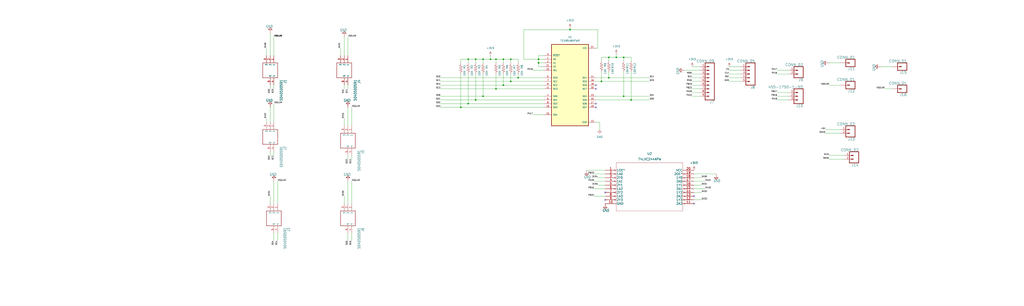
<source format=kicad_sch>
(kicad_sch (version 20211123) (generator eeschema)
  (paper "User" 702.716 210.007)
  (lib_symbols
    (symbol "Buffer:74LVC244APW" (pin_names (offset 0.254))
      (property "Reference" "U" (at 30.48 10.16 0))
      (property "Value" "74LVC244APW" (at 30.48 7.62 0))
      (symbol "74LVC244APW_1_1"
        (polyline (pts (xy 7.112 -20.828) (xy 6.0452 -20.32)) (stroke (width 0.127)))
        (polyline (pts (xy 7.112 -19.812) (xy 6.0452 -20.32)) (stroke (width 0.127)))
        (polyline (pts (xy 7.112 -17.78) (xy 6.0452 -18.288)) (stroke (width 0.127)))
        (polyline (pts (xy 7.112 -17.78) (xy 6.0452 -17.272)) (stroke (width 0.127)))
        (polyline (pts (xy 7.112 -15.748) (xy 6.0452 -15.24)) (stroke (width 0.127)))
        (polyline (pts (xy 7.112 -14.732) (xy 6.0452 -15.24)) (stroke (width 0.127)))
        (polyline (pts (xy 7.112 -12.7) (xy 6.0452 -13.208)) (stroke (width 0.127)))
        (polyline (pts (xy 7.112 -12.7) (xy 6.0452 -12.192)) (stroke (width 0.127)))
        (polyline (pts (xy 7.112 -10.668) (xy 6.0452 -10.16)) (stroke (width 0.127)))
        (polyline (pts (xy 7.112 -9.652) (xy 6.0452 -10.16)) (stroke (width 0.127)))
        (polyline (pts (xy 7.112 -7.62) (xy 6.0452 -8.128)) (stroke (width 0.127)))
        (polyline (pts (xy 7.112 -7.62) (xy 6.0452 -7.112)) (stroke (width 0.127)))
        (polyline (pts (xy 7.112 -5.588) (xy 6.0452 -5.08)) (stroke (width 0.127)))
        (polyline (pts (xy 7.112 -4.572) (xy 6.0452 -5.08)) (stroke (width 0.127)))
        (polyline (pts (xy 7.112 -2.54) (xy 6.0452 -3.048)) (stroke (width 0.127)))
        (polyline (pts (xy 7.112 -2.54) (xy 6.0452 -2.032)) (stroke (width 0.127)))
        (polyline (pts (xy 7.112 0) (xy 6.0452 -0.508)) (stroke (width 0.127)))
        (polyline (pts (xy 7.112 0) (xy 6.0452 0.508)) (stroke (width 0.127)))
        (polyline (pts (xy 7.62 -27.94) (xy 53.34 -27.94)) (stroke (width 0.127)))
        (polyline (pts (xy 7.62 5.08) (xy 7.62 -27.94)) (stroke (width 0.127)))
        (polyline (pts (xy 53.34 -27.94) (xy 53.34 5.08)) (stroke (width 0.127)))
        (polyline (pts (xy 53.34 5.08) (xy 7.62 5.08)) (stroke (width 0.127)))
        (polyline (pts (xy 53.848 -22.86) (xy 54.9148 -23.368)) (stroke (width 0.127)))
        (polyline (pts (xy 53.848 -22.86) (xy 54.9148 -22.352)) (stroke (width 0.127)))
        (polyline (pts (xy 53.848 -20.828) (xy 54.9148 -20.32)) (stroke (width 0.127)))
        (polyline (pts (xy 53.848 -19.812) (xy 54.9148 -20.32)) (stroke (width 0.127)))
        (polyline (pts (xy 53.848 -17.78) (xy 54.9148 -18.288)) (stroke (width 0.127)))
        (polyline (pts (xy 53.848 -17.78) (xy 54.9148 -17.272)) (stroke (width 0.127)))
        (polyline (pts (xy 53.848 -15.748) (xy 54.9148 -15.24)) (stroke (width 0.127)))
        (polyline (pts (xy 53.848 -14.732) (xy 54.9148 -15.24)) (stroke (width 0.127)))
        (polyline (pts (xy 53.848 -12.7) (xy 54.9148 -13.208)) (stroke (width 0.127)))
        (polyline (pts (xy 53.848 -12.7) (xy 54.9148 -12.192)) (stroke (width 0.127)))
        (polyline (pts (xy 53.848 -10.668) (xy 54.9148 -10.16)) (stroke (width 0.127)))
        (polyline (pts (xy 53.848 -9.652) (xy 54.9148 -10.16)) (stroke (width 0.127)))
        (polyline (pts (xy 53.848 -7.62) (xy 54.9148 -8.128)) (stroke (width 0.127)))
        (polyline (pts (xy 53.848 -7.62) (xy 54.9148 -7.112)) (stroke (width 0.127)))
        (polyline (pts (xy 53.848 -5.588) (xy 54.9148 -5.08)) (stroke (width 0.127)))
        (polyline (pts (xy 53.848 -4.572) (xy 54.9148 -5.08)) (stroke (width 0.127)))
        (polyline (pts (xy 53.848 -2.54) (xy 54.9148 -3.048)) (stroke (width 0.127)))
        (polyline (pts (xy 53.848 -2.54) (xy 54.9148 -2.032)) (stroke (width 0.127)))
        (pin input line (at 0 0 0) (length 7.62) (name "1OE*") (number "1"))
        (pin power_in line (at 0 -22.86 0) (length 7.62) (name "GND") (number "10"))
        (pin input line (at 60.96 -22.86 180) (length 7.62) (name "2A3") (number "11"))
        (pin output line (at 60.96 -20.32 180) (length 7.62) (name "1Y3") (number "12"))
        (pin input line (at 60.96 -17.78 180) (length 7.62) (name "2A2") (number "13"))
        (pin output line (at 60.96 -15.24 180) (length 7.62) (name "1Y2") (number "14"))
        (pin input line (at 60.96 -12.7 180) (length 7.62) (name "2A1") (number "15"))
        (pin output line (at 60.96 -10.16 180) (length 7.62) (name "1Y1") (number "16"))
        (pin input line (at 60.96 -7.62 180) (length 7.62) (name "2A0") (number "17"))
        (pin output line (at 60.96 -5.08 180) (length 7.62) (name "1Y0") (number "18"))
        (pin input line (at 60.96 -2.54 180) (length 7.62) (name "2OE*") (number "19"))
        (pin input line (at 0 -2.54 0) (length 7.62) (name "1A0") (number "2"))
        (pin power_in line (at 60.96 0 180) (length 7.62) (name "VCC") (number "20"))
        (pin output line (at 0 -5.08 0) (length 7.62) (name "2Y0") (number "3"))
        (pin input line (at 0 -7.62 0) (length 7.62) (name "1A1") (number "4"))
        (pin output line (at 0 -10.16 0) (length 7.62) (name "2Y1") (number "5"))
        (pin input line (at 0 -12.7 0) (length 7.62) (name "1A2") (number "6"))
        (pin output line (at 0 -15.24 0) (length 7.62) (name "2Y2") (number "7"))
        (pin input line (at 0 -17.78 0) (length 7.62) (name "1A3") (number "8"))
        (pin output line (at 0 -20.32 0) (length 7.62) (name "2Y3") (number "9"))
      )
    )
    (symbol "Device:R_US" (pin_numbers hide) (pin_names (offset 0))
      (property "Reference" "R" (at 2.54 0 90))
      (property "Value" "R_US" (at -2.54 0 90))
      (symbol "R_US_0_1"
        (polyline (pts (xy 0 -2.286) (xy 0 -2.54)))
        (polyline (pts (xy 0 2.286) (xy 0 2.54)))
        (polyline (pts (xy 0 -0.762) (xy 1.016 -1.143) (xy 0 -1.524) (xy -1.016 -1.905) (xy 0 -2.286)))
        (polyline (pts (xy 0 0.762) (xy 1.016 0.381) (xy 0 0) (xy -1.016 -0.381) (xy 0 -0.762)))
        (polyline (pts (xy 0 2.286) (xy 1.016 1.905) (xy 0 1.524) (xy -1.016 1.143) (xy 0 0.762)))
      )
      (symbol "R_US_1_1"
        (pin passive line (at 0 3.81 270) (length 1.27) (name "~") (number "1"))
        (pin passive line (at 0 -3.81 90) (length 1.27) (name "~") (number "2"))
      )
    )
    (symbol "SpresensePart2-eagle-import:5040500591"
      (property "Reference" "J" (at 16.51 7.62 0))
      (property "Value" "5040500591" (at 16.51 5.08 0))
      (symbol "5040500591_1_0"
        (polyline (pts (xy 5.08 2.54) (xy 5.08 -7.62)) (stroke (width 0.254)))
        (polyline (pts (xy 5.08 2.54) (xy 15.24 2.54)) (stroke (width 0.254)))
        (polyline (pts (xy 15.24 -7.62) (xy 5.08 -7.62)) (stroke (width 0.254)))
        (polyline (pts (xy 15.24 -7.62) (xy 15.24 2.54)) (stroke (width 0.254)))
        (pin bidirectional line (at 0 0 0) (length 5.08) (name "1") (number "1"))
        (pin bidirectional line (at 0 -2.54 0) (length 5.08) (name "2") (number "2"))
        (pin bidirectional line (at 0 -5.08 0) (length 5.08) (name "3") (number "3"))
        (pin bidirectional line (at 20.32 0 180) (length 5.08) (name "4") (number "4"))
        (pin bidirectional line (at 20.32 -2.54 180) (length 5.08) (name "5") (number "5"))
      )
    )
    (symbol "SpresensePart2-eagle-import:CONN_01"
      (property "Reference" "J" (at -2.54 3.048 0))
      (property "Value" "CONN_01" (at -2.54 -4.826 0))
      (symbol "CONN_01_1_0"
        (polyline (pts (xy -2.54 2.54) (xy -2.54 -2.54)) (stroke (width 0.4064)))
        (polyline (pts (xy -2.54 2.54) (xy 3.81 2.54)) (stroke (width 0.4064)))
        (polyline (pts (xy 1.27 0) (xy 2.54 0)) (stroke (width 0.6096)))
        (polyline (pts (xy 3.81 -2.54) (xy -2.54 -2.54)) (stroke (width 0.4064)))
        (polyline (pts (xy 3.81 -2.54) (xy 3.81 2.54)) (stroke (width 0.4064)))
        (pin passive line (at 7.62 0 180) (length 5.08) (name "1") (number "1"))
      )
    )
    (symbol "SpresensePart2-eagle-import:CONN_02"
      (property "Reference" "J" (at -2.54 5.588 0))
      (property "Value" "CONN_02" (at -2.54 -4.826 0))
      (symbol "CONN_02_1_0"
        (polyline (pts (xy -2.54 5.08) (xy -2.54 -2.54)) (stroke (width 0.4064)))
        (polyline (pts (xy -2.54 5.08) (xy 3.81 5.08)) (stroke (width 0.4064)))
        (polyline (pts (xy 1.27 0) (xy 2.54 0)) (stroke (width 0.6096)))
        (polyline (pts (xy 1.27 2.54) (xy 2.54 2.54)) (stroke (width 0.6096)))
        (polyline (pts (xy 3.81 -2.54) (xy -2.54 -2.54)) (stroke (width 0.4064)))
        (polyline (pts (xy 3.81 -2.54) (xy 3.81 5.08)) (stroke (width 0.4064)))
        (pin passive line (at 7.62 0 180) (length 5.08) (name "1") (number "1"))
        (pin passive line (at 7.62 2.54 180) (length 5.08) (name "2") (number "2"))
      )
    )
    (symbol "SpresensePart2-eagle-import:CONN_03"
      (property "Reference" "J" (at -2.54 5.588 0))
      (property "Value" "CONN_03" (at -2.54 -7.366 0))
      (symbol "CONN_03_1_0"
        (polyline (pts (xy -2.54 5.08) (xy -2.54 -5.08)) (stroke (width 0.4064)))
        (polyline (pts (xy -2.54 5.08) (xy 3.81 5.08)) (stroke (width 0.4064)))
        (polyline (pts (xy 1.27 -2.54) (xy 2.54 -2.54)) (stroke (width 0.6096)))
        (polyline (pts (xy 1.27 0) (xy 2.54 0)) (stroke (width 0.6096)))
        (polyline (pts (xy 1.27 2.54) (xy 2.54 2.54)) (stroke (width 0.6096)))
        (polyline (pts (xy 3.81 -5.08) (xy -2.54 -5.08)) (stroke (width 0.4064)))
        (polyline (pts (xy 3.81 -5.08) (xy 3.81 5.08)) (stroke (width 0.4064)))
        (pin passive line (at 7.62 -2.54 180) (length 5.08) (name "1") (number "1"))
        (pin passive line (at 7.62 0 180) (length 5.08) (name "2") (number "2"))
        (pin passive line (at 7.62 2.54 180) (length 5.08) (name "3") (number "3"))
      )
    )
    (symbol "SpresensePart2-eagle-import:CONN_05"
      (property "Reference" "J" (at -2.54 8.128 0))
      (property "Value" "CONN_05" (at -2.54 -9.906 0))
      (symbol "CONN_05_1_0"
        (polyline (pts (xy -2.54 7.62) (xy -2.54 -7.62)) (stroke (width 0.4064)))
        (polyline (pts (xy -2.54 7.62) (xy 3.81 7.62)) (stroke (width 0.4064)))
        (polyline (pts (xy 1.27 -5.08) (xy 2.54 -5.08)) (stroke (width 0.6096)))
        (polyline (pts (xy 1.27 -2.54) (xy 2.54 -2.54)) (stroke (width 0.6096)))
        (polyline (pts (xy 1.27 0) (xy 2.54 0)) (stroke (width 0.6096)))
        (polyline (pts (xy 1.27 2.54) (xy 2.54 2.54)) (stroke (width 0.6096)))
        (polyline (pts (xy 1.27 5.08) (xy 2.54 5.08)) (stroke (width 0.6096)))
        (polyline (pts (xy 3.81 -7.62) (xy -2.54 -7.62)) (stroke (width 0.4064)))
        (polyline (pts (xy 3.81 -7.62) (xy 3.81 7.62)) (stroke (width 0.4064)))
        (pin passive line (at 7.62 -5.08 180) (length 5.08) (name "1") (number "1"))
        (pin passive line (at 7.62 -2.54 180) (length 5.08) (name "2") (number "2"))
        (pin passive line (at 7.62 0 180) (length 5.08) (name "3") (number "3"))
        (pin passive line (at 7.62 2.54 180) (length 5.08) (name "4") (number "4"))
        (pin passive line (at 7.62 5.08 180) (length 5.08) (name "5") (number "5"))
      )
    )
    (symbol "SpresensePart2-eagle-import:CONN_09"
      (property "Reference" "J" (at 0 13.208 0))
      (property "Value" "CONN_09" (at 0 -14.986 0))
      (symbol "CONN_09_1_0"
        (polyline (pts (xy 0 12.7) (xy 0 -12.7)) (stroke (width 0.4064)))
        (polyline (pts (xy 0 12.7) (xy 6.35 12.7)) (stroke (width 0.4064)))
        (polyline (pts (xy 3.81 -10.16) (xy 5.08 -10.16)) (stroke (width 0.6096)))
        (polyline (pts (xy 3.81 -7.62) (xy 5.08 -7.62)) (stroke (width 0.6096)))
        (polyline (pts (xy 3.81 -5.08) (xy 5.08 -5.08)) (stroke (width 0.6096)))
        (polyline (pts (xy 3.81 -2.54) (xy 5.08 -2.54)) (stroke (width 0.6096)))
        (polyline (pts (xy 3.81 0) (xy 5.08 0)) (stroke (width 0.6096)))
        (polyline (pts (xy 3.81 2.54) (xy 5.08 2.54)) (stroke (width 0.6096)))
        (polyline (pts (xy 3.81 5.08) (xy 5.08 5.08)) (stroke (width 0.6096)))
        (polyline (pts (xy 3.81 7.62) (xy 5.08 7.62)) (stroke (width 0.6096)))
        (polyline (pts (xy 3.81 10.16) (xy 5.08 10.16)) (stroke (width 0.6096)))
        (polyline (pts (xy 6.35 -12.7) (xy 0 -12.7)) (stroke (width 0.4064)))
        (polyline (pts (xy 6.35 -12.7) (xy 6.35 12.7)) (stroke (width 0.4064)))
        (pin passive line (at 10.16 -10.16 180) (length 5.08) (name "1") (number "1"))
        (pin passive line (at 10.16 -7.62 180) (length 5.08) (name "2") (number "2"))
        (pin passive line (at 10.16 -5.08 180) (length 5.08) (name "3") (number "3"))
        (pin passive line (at 10.16 -2.54 180) (length 5.08) (name "4") (number "4"))
        (pin passive line (at 10.16 0 180) (length 5.08) (name "5") (number "5"))
        (pin passive line (at 10.16 2.54 180) (length 5.08) (name "6") (number "6"))
        (pin passive line (at 10.16 5.08 180) (length 5.08) (name "7") (number "7"))
        (pin passive line (at 10.16 7.62 180) (length 5.08) (name "8") (number "8"))
        (pin passive line (at 10.16 10.16 180) (length 5.08) (name "9") (number "9"))
      )
    )
    (symbol "SpresensePart2-eagle-import:GND" (power)
      (property "Value" "GND" (at -1.905 -3.175 0))
      (symbol "GND_1_0"
        (polyline (pts (xy -1.27 0) (xy 1.27 0)) (stroke (width 0.254)))
        (polyline (pts (xy 0 -1.27) (xy -1.27 0)) (stroke (width 0.254)))
        (polyline (pts (xy 1.27 0) (xy 0 -1.27)) (stroke (width 0.254)))
        (pin power_in line (at 0 2.54 270) (length 2.54) (name "GND") (number "1"))
      )
    )
    (symbol "TCA9548APWR:TCA9548APWR" (pin_names (offset 1.016))
      (property "Reference" "U" (at -12.7 28.9306 0))
      (property "Value" "TCA9548APWR" (at -12.7 -31.9278 0))
      (symbol "TCA9548APWR_0_0"
        (rectangle (start -12.7 -27.94) (end 12.7 27.94) (stroke (width 0.4064)) (fill (type background)))
        (pin input line (at -17.78 17.78 0) (length 5.08) (name "A0") (number "1"))
        (pin bidirectional line (at -17.78 -15.24 0) (length 5.08) (name "SD3") (number "10"))
        (pin bidirectional line (at -17.78 -2.54 0) (length 5.08) (name "SC3") (number "11"))
        (pin power_in line (at 17.78 -25.4 180) (length 5.08) (name "GND") (number "12"))
        (pin bidirectional line (at 17.78 -7.62 180) (length 5.08) (name "SD4") (number "13"))
        (pin bidirectional line (at 17.78 5.08 180) (length 5.08) (name "SC4") (number "14"))
        (pin bidirectional line (at 17.78 -10.16 180) (length 5.08) (name "SD5") (number "15"))
        (pin bidirectional line (at 17.78 2.54 180) (length 5.08) (name "SC5") (number "16"))
        (pin bidirectional line (at 17.78 -12.7 180) (length 5.08) (name "SD6") (number "17"))
        (pin bidirectional line (at 17.78 0 180) (length 5.08) (name "SC6") (number "18"))
        (pin bidirectional line (at 17.78 -15.24 180) (length 5.08) (name "SD7") (number "19"))
        (pin input line (at -17.78 15.24 0) (length 5.08) (name "A1") (number "2"))
        (pin bidirectional line (at 17.78 -2.54 180) (length 5.08) (name "SC7") (number "20"))
        (pin input line (at -17.78 12.7 0) (length 5.08) (name "A2") (number "21"))
        (pin input line (at -17.78 10.16 0) (length 5.08) (name "SCL") (number "22"))
        (pin bidirectional line (at -17.78 -20.32 0) (length 5.08) (name "SDA") (number "23"))
        (pin power_in line (at 17.78 25.4 180) (length 5.08) (name "VCC") (number "24"))
        (pin input line (at -17.78 20.32 0) (length 5.08) (name "~{RESET}") (number "3"))
        (pin bidirectional line (at -17.78 -7.62 0) (length 5.08) (name "SD0") (number "4"))
        (pin bidirectional line (at -17.78 5.08 0) (length 5.08) (name "SC0") (number "5"))
        (pin bidirectional line (at -17.78 -10.16 0) (length 5.08) (name "SD1") (number "6"))
        (pin bidirectional line (at -17.78 2.54 0) (length 5.08) (name "SC1") (number "7"))
        (pin bidirectional line (at -17.78 -12.7 0) (length 5.08) (name "SD2") (number "8"))
        (pin bidirectional line (at -17.78 0 0) (length 5.08) (name "SC2") (number "9"))
      )
    )
    (symbol "power:+3V3" (power) (pin_names (offset 0))
      (property "Value" "+3V3" (at 0 3.556 0))
      (symbol "+3V3_0_1"
        (polyline (pts (xy -0.762 1.27) (xy 0 2.54)))
        (polyline (pts (xy 0 0) (xy 0 2.54)))
        (polyline (pts (xy 0 2.54) (xy 0.762 1.27)))
      )
      (symbol "+3V3_1_1"
        (pin power_in line (at 0 0 90) (length 0) hide (name "+3V3") (number "1"))
      )
    )
    (symbol "power:GND" (power) (pin_names (offset 0))
      (property "Value" "GND" (at 0 -3.81 0))
      (symbol "GND_0_1"
        (polyline (pts (xy 0 0) (xy 0 -1.27) (xy 1.27 -1.27) (xy 0 -2.54) (xy -1.27 -1.27) (xy 0 -1.27)))
      )
      (symbol "GND_1_1"
        (pin power_in line (at 0 0 270) (length 0) hide (name "GND") (number "1"))
      )
    )
  )
  (junction (at 331.47 66.04))
  (junction (at 321.31 40.64))
  (junction (at 427.99 39.37))
  (junction (at 369.57 43.18))
  (junction (at 422.91 39.37))
  (junction (at 340.36 60.96))
  (junction (at 340.36 40.64))
  (junction (at 326.39 68.58))
  (junction (at 391.16 20.32))
  (junction (at 316.23 73.66))
  (junction (at 355.6 53.34))
  (junction (at 369.57 40.64))
  (junction (at 417.83 53.34))
  (junction (at 336.55 40.64))
  (junction (at 433.07 68.58))
  (junction (at 350.52 55.88))
  (junction (at 412.75 55.88))
  (junction (at 345.44 58.42))
  (junction (at 350.52 40.64))
  (junction (at 417.83 39.37))
  (junction (at 427.99 66.04))
  (junction (at 345.44 40.64))
  (junction (at 331.47 40.64))
  (junction (at 321.31 71.12))
  (junction (at 326.39 40.64))
  (no_connect (at 415.29 132.08))
  (no_connect (at 415.29 137.16))
  (no_connect (at 476.25 139.7))
  (no_connect (at 476.25 134.62))
  (no_connect (at 408.94 71.12))
  (no_connect (at 408.94 60.96))
  (no_connect (at 408.94 58.42))
  (no_connect (at 408.94 73.66))
  (wire (pts (xy 190.5 139.7) (xy 190.5 124.46)))
  (wire (pts (xy 402.59 116.84) (xy 415.29 116.84)))
  (wire (pts (xy 433.07 39.37) (xy 427.99 39.37)))
  (wire (pts (xy 316.23 43.18) (xy 316.23 40.64)))
  (wire (pts (xy 412.75 49.53) (xy 412.75 55.88)))
  (wire (pts (xy 415.29 119.38) (xy 407.67 119.38)))
  (wire (pts (xy 187.96 83.82) (xy 187.96 71.12)))
  (wire (pts (xy 185.42 83.82) (xy 185.42 73.66)))
  (wire (pts (xy 236.22 58.42) (xy 236.22 60.96)))
  (wire (pts (xy 238.76 58.42) (xy 238.76 60.96)))
  (wire (pts (xy 433.07 68.58) (xy 408.94 68.58)))
  (wire (pts (xy 408.94 33.02) (xy 410.21 33.02)))
  (wire (pts (xy 355.6 50.8) (xy 355.6 53.34)))
  (wire (pts (xy 326.39 40.64) (xy 331.47 40.64)))
  (wire (pts (xy 480.06 50.8) (xy 474.98 50.8)))
  (wire (pts (xy 238.76 160.02) (xy 238.76 165.1)))
  (wire (pts (xy 476.25 119.38) (xy 491.49 119.38)))
  (wire (pts (xy 359.41 40.64) (xy 369.57 40.64)))
  (wire (pts (xy 185.42 139.7) (xy 185.42 134.62)))
  (wire (pts (xy 576.58 88.9) (xy 566.42 88.9)))
  (wire (pts (xy 508 53.34) (xy 500.38 53.34)))
  (wire (pts (xy 508 45.72) (xy 500.38 45.72)))
  (wire (pts (xy 541.02 66.04) (xy 533.4 66.04)))
  (wire (pts (xy 427.99 66.04) (xy 445.77 66.04)))
  (wire (pts (xy 187.96 58.42) (xy 187.96 60.96)))
  (wire (pts (xy 302.26 73.66) (xy 316.23 73.66)))
  (wire (pts (xy 355.6 53.34) (xy 373.38 53.34)))
  (wire (pts (xy 411.48 83.82) (xy 411.48 88.9)))
  (wire (pts (xy 321.31 40.64) (xy 321.31 43.18)))
  (wire (pts (xy 369.57 43.18) (xy 373.38 43.18)))
  (wire (pts (xy 238.76 139.7) (xy 238.76 124.46)))
  (wire (pts (xy 422.91 39.37) (xy 427.99 39.37)))
  (wire (pts (xy 350.52 50.8) (xy 350.52 55.88)))
  (wire (pts (xy 480.06 60.96) (xy 474.98 60.96)))
  (wire (pts (xy 321.31 50.8) (xy 321.31 71.12)))
  (wire (pts (xy 321.31 40.64) (xy 326.39 40.64)))
  (wire (pts (xy 541.02 63.5) (xy 533.4 63.5)))
  (wire (pts (xy 579.12 109.22) (xy 568.96 109.22)))
  (wire (pts (xy 541.02 48.26) (xy 533.4 48.26)))
  (wire (pts (xy 187.96 104.14) (xy 187.96 106.68)))
  (wire (pts (xy 417.83 53.34) (xy 445.77 53.34)))
  (wire (pts (xy 302.26 53.34) (xy 355.6 53.34)))
  (wire (pts (xy 412.75 55.88) (xy 445.77 55.88)))
  (wire (pts (xy 187.96 38.1) (xy 187.96 25.4)))
  (wire (pts (xy 236.22 38.1) (xy 236.22 25.4)))
  (wire (pts (xy 331.47 66.04) (xy 373.38 66.04)))
  (wire (pts (xy 369.57 45.72) (xy 373.38 45.72)))
  (wire (pts (xy 408.94 66.04) (xy 427.99 66.04)))
  (wire (pts (xy 185.42 38.1) (xy 185.42 22.86)))
  (wire (pts (xy 508 48.26) (xy 500.38 48.26)))
  (wire (pts (xy 340.36 43.18) (xy 340.36 40.64)))
  (wire (pts (xy 427.99 39.37) (xy 427.99 41.91)))
  (wire (pts (xy 576.58 58.42) (xy 568.96 58.42)))
  (wire (pts (xy 415.29 127) (xy 410.21 127)))
  (wire (pts (xy 340.36 60.96) (xy 373.38 60.96)))
  (wire (pts (xy 316.23 40.64) (xy 321.31 40.64)))
  (wire (pts (xy 321.31 71.12) (xy 373.38 71.12)))
  (wire (pts (xy 369.57 40.64) (xy 369.57 43.18)))
  (wire (pts (xy 417.83 39.37) (xy 417.83 41.91)))
  (wire (pts (xy 476.25 137.16) (xy 481.33 137.16)))
  (wire (pts (xy 369.57 38.1) (xy 369.57 40.64)))
  (wire (pts (xy 190.5 160.02) (xy 190.5 165.1)))
  (wire (pts (xy 350.52 55.88) (xy 373.38 55.88)))
  (wire (pts (xy 508 55.88) (xy 500.38 55.88)))
  (wire (pts (xy 412.75 41.91) (xy 412.75 39.37)))
  (wire (pts (xy 233.68 38.1) (xy 233.68 33.02)))
  (wire (pts (xy 238.76 86.36) (xy 238.76 73.66)))
  (wire (pts (xy 579.12 106.68) (xy 568.96 106.68)))
  (wire (pts (xy 391.16 20.32) (xy 359.41 20.32)))
  (wire (pts (xy 350.52 40.64) (xy 345.44 40.64)))
  (wire (pts (xy 373.38 38.1) (xy 369.57 38.1)))
  (wire (pts (xy 408.94 53.34) (xy 417.83 53.34)))
  (wire (pts (xy 612.14 60.96) (xy 607.06 60.96)))
  (wire (pts (xy 340.36 40.64) (xy 336.55 40.64)))
  (wire (pts (xy 427.99 49.53) (xy 427.99 66.04)))
  (wire (pts (xy 241.3 86.36) (xy 241.3 73.66)))
  (wire (pts (xy 373.38 78.74) (xy 365.76 78.74)))
  (wire (pts (xy 508 50.8) (xy 500.38 50.8)))
  (wire (pts (xy 533.4 50.8) (xy 541.02 50.8)))
  (wire (pts (xy 480.06 45.72) (xy 474.98 45.72)))
  (wire (pts (xy 433.07 68.58) (xy 445.77 68.58)))
  (wire (pts (xy 326.39 50.8) (xy 326.39 68.58)))
  (wire (pts (xy 336.55 40.64) (xy 336.55 38.1)))
  (wire (pts (xy 355.6 43.18) (xy 355.6 40.64)))
  (wire (pts (xy 302.26 71.12) (xy 321.31 71.12)))
  (wire (pts (xy 480.06 53.34) (xy 474.98 53.34)))
  (wire (pts (xy 410.21 20.32) (xy 410.21 33.02)))
  (wire (pts (xy 576.58 91.44) (xy 566.42 91.44)))
  (wire (pts (xy 182.88 38.1) (xy 182.88 33.02)))
  (wire (pts (xy 302.26 66.04) (xy 331.47 66.04)))
  (wire (pts (xy 345.44 58.42) (xy 373.38 58.42)))
  (wire (pts (xy 185.42 58.42) (xy 185.42 60.96)))
  (wire (pts (xy 185.42 104.14) (xy 185.42 106.68)))
  (wire (pts (xy 476.25 132.08) (xy 481.33 132.08)))
  (wire (pts (xy 331.47 40.64) (xy 331.47 43.18)))
  (wire (pts (xy 182.88 83.82) (xy 182.88 81.28)))
  (wire (pts (xy 187.96 139.7) (xy 187.96 124.46)))
  (wire (pts (xy 476.25 121.92) (xy 481.33 121.92)))
  (wire (pts (xy 480.06 66.04) (xy 474.98 66.04)))
  (wire (pts (xy 316.23 73.66) (xy 373.38 73.66)))
  (wire (pts (xy 480.06 58.42) (xy 474.98 58.42)))
  (wire (pts (xy 302.26 55.88) (xy 350.52 55.88)))
  (wire (pts (xy 236.22 139.7) (xy 236.22 134.62)))
  (wire (pts (xy 412.75 39.37) (xy 417.83 39.37)))
  (wire (pts (xy 241.3 139.7) (xy 241.3 124.46)))
  (wire (pts (xy 476.25 129.54) (xy 483.87 129.54)))
  (wire (pts (xy 415.29 124.46) (xy 407.67 124.46)))
  (wire (pts (xy 238.76 106.68) (xy 238.76 109.22)))
  (wire (pts (xy 369.57 40.64) (xy 373.38 40.64)))
  (wire (pts (xy 302.26 68.58) (xy 326.39 68.58)))
  (wire (pts (xy 238.76 38.1) (xy 238.76 25.4)))
  (wire (pts (xy 241.3 160.02) (xy 241.3 165.1)))
  (wire (pts (xy 576.58 43.18) (xy 568.96 43.18)))
  (wire (pts (xy 373.38 48.26) (xy 365.76 48.26)))
  (wire (pts (xy 302.26 58.42) (xy 345.44 58.42)))
  (wire (pts (xy 345.44 50.8) (xy 345.44 58.42)))
  (wire (pts (xy 476.25 124.46) (xy 483.87 124.46)))
  (wire (pts (xy 187.96 160.02) (xy 187.96 165.1)))
  (wire (pts (xy 369.57 43.18) (xy 369.57 45.72)))
  (wire (pts (xy 480.06 55.88) (xy 474.98 55.88)))
  (wire (pts (xy 236.22 86.36) (xy 236.22 81.28)))
  (wire (pts (xy 410.21 20.32) (xy 391.16 20.32)))
  (wire (pts (xy 412.75 55.88) (xy 408.94 55.88)))
  (wire (pts (xy 415.29 121.92) (xy 410.21 121.92)))
  (wire (pts (xy 331.47 40.64) (xy 336.55 40.64)))
  (wire (pts (xy 316.23 50.8) (xy 316.23 73.66)))
  (wire (pts (xy 340.36 50.8) (xy 340.36 60.96)))
  (wire (pts (xy 326.39 68.58) (xy 373.38 68.58)))
  (wire (pts (xy 541.02 68.58) (xy 533.4 68.58)))
  (wire (pts (xy 422.91 36.83) (xy 422.91 39.37)))
  (wire (pts (xy 433.07 49.53) (xy 433.07 68.58)))
  (wire (pts (xy 391.16 19.05) (xy 391.16 20.32)))
  (wire (pts (xy 415.29 129.54) (xy 407.67 129.54)))
  (wire (pts (xy 480.06 63.5) (xy 474.98 63.5)))
  (wire (pts (xy 408.94 83.82) (xy 411.48 83.82)))
  (wire (pts (xy 417.83 39.37) (xy 422.91 39.37)))
  (wire (pts (xy 241.3 106.68) (xy 241.3 109.22)))
  (wire (pts (xy 415.29 134.62) (xy 407.67 134.62)))
  (wire (pts (xy 433.07 41.91) (xy 433.07 39.37)))
  (wire (pts (xy 476.25 127) (xy 481.33 127)))
  (wire (pts (xy 345.44 43.18) (xy 345.44 40.64)))
  (wire (pts (xy 350.52 43.18) (xy 350.52 40.64)))
  (wire (pts (xy 302.26 60.96) (xy 340.36 60.96)))
  (wire (pts (xy 480.06 48.26) (xy 469.9 48.26)))
  (wire (pts (xy 359.41 20.32) (xy 359.41 40.64)))
  (wire (pts (xy 417.83 49.53) (xy 417.83 53.34)))
  (wire (pts (xy 612.14 45.72) (xy 604.52 45.72)))
  (wire (pts (xy 326.39 40.64) (xy 326.39 43.18)))
  (wire (pts (xy 331.47 50.8) (xy 331.47 66.04)))
  (wire (pts (xy 355.6 40.64) (xy 350.52 40.64)))
  (wire (pts (xy 340.36 40.64) (xy 345.44 40.64)))
  (label "SD1" (at 302.26 68.58 180) (effects (font (size 0.9957 0.9957))))
  (label "PA17" (at 365.76 78.74 180) (effects (font (size 0.9957 0.9957))))
  (label "MISO" (at 474.98 55.88 180) (effects (font (size 0.9957 0.9957))))
  (label "SC5" (at 241.3 165.1 270) (effects (font (size 0.9957 0.9957))))
  (label "PA16" (at 533.4 50.8 180) (effects (font (size 0.9957 0.9957))))
  (label "SC2" (at 302.26 58.42 180) (effects (font (size 0.9957 0.9957))))
  (label "SD2" (at 302.26 71.12 180) (effects (font (size 0.9957 0.9957))))
  (label "VSOLAR" (at 568.96 58.42 180) (effects (font (size 0.9957 0.9957))))
  (label "3V35" (at 410.21 127 180) (effects (font (size 0.9957 0.9957))))
  (label "3V35" (at 236.22 134.62 90) (effects (font (size 0.9957 0.9957))))
  (label "SC3" (at 302.26 60.96 180) (effects (font (size 0.9957 0.9957))))
  (label "PB17" (at 533.4 63.5 180) (effects (font (size 0.9957 0.9957))))
  (label "3V32" (at 481.33 132.08 0) (effects (font (size 0.9957 0.9957))))
  (label "SD0" (at 185.42 60.96 270) (effects (font (size 0.9957 0.9957))))
  (label "PA22" (at 474.98 66.04 180) (effects (font (size 0.9957 0.9957))))
  (label "VSOLAR" (at 187.96 25.4 0) (effects (font (size 0.9957 0.9957))))
  (label "PA20" (at 407.67 124.46 180) (effects (font (size 0.9957 0.9957))))
  (label "SGND" (at 568.96 109.22 180) (effects (font (size 0.9957 0.9957))))
  (label "MOSI" (at 474.98 50.8 180) (effects (font (size 0.9957 0.9957))))
  (label "SC5" (at 445.77 55.88 0) (effects (font (size 0.9957 0.9957))))
  (label "PA19" (at 533.4 68.58 180) (effects (font (size 0.9957 0.9957))))
  (label "PB16" (at 407.67 129.54 180) (effects (font (size 0.9957 0.9957))))
  (label "PA16" (at 365.76 48.26 180) (effects (font (size 0.9957 0.9957))))
  (label "PA22" (at 483.87 124.46 0) (effects (font (size 0.9957 0.9957))))
  (label "PA17" (at 533.4 48.26 180) (effects (font (size 0.9957 0.9957))))
  (label "VSOLAR" (at 607.06 60.96 180) (effects (font (size 0.9957 0.9957))))
  (label "PB23" (at 474.98 58.42 180) (effects (font (size 0.9957 0.9957))))
  (label "VSOLAR" (at 238.76 25.4 0) (effects (font (size 0.9957 0.9957))))
  (label "SC1" (at 302.26 55.88 180) (effects (font (size 0.9957 0.9957))))
  (label "3V34" (at 185.42 134.62 90) (effects (font (size 0.9957 0.9957))))
  (label "3V33" (at 481.33 137.16 0) (effects (font (size 0.9957 0.9957))))
  (label "3V33" (at 236.22 81.28 90) (effects (font (size 0.9957 0.9957))))
  (label "SD4" (at 187.96 165.1 270) (effects (font (size 0.9957 0.9957))))
  (label "PB16" (at 533.4 66.04 180) (effects (font (size 0.9957 0.9957))))
  (label "SC0" (at 302.26 53.34 180) (effects (font (size 0.9957 0.9957))))
  (label "SD1" (at 236.22 60.96 270) (effects (font (size 0.9957 0.9957))))
  (label "SD4" (at 445.77 66.04 0) (effects (font (size 0.9957 0.9957))))
  (label "VSOLAR" (at 187.96 71.12 0) (effects (font (size 0.9957 0.9957))))
  (label "SD3" (at 238.76 109.22 270) (effects (font (size 0.9957 0.9957))))
  (label "CLK" (at 500.38 50.8 180) (effects (font (size 0.9957 0.9957))))
  (label "SC4" (at 445.77 53.34 0) (effects (font (size 0.9957 0.9957))))
  (label "CS" (at 500.38 48.26 180) (effects (font (size 0.9957 0.9957))))
  (label "VSOLAR" (at 241.3 73.66 0) (effects (font (size 0.9957 0.9957))))
  (label "SGND" (at 566.42 91.44 180) (effects (font (size 0.9957 0.9957))))
  (label "3V31" (at 233.68 33.02 90) (effects (font (size 0.9957 0.9957))))
  (label "5VIN" (at 568.96 106.68 180) (effects (font (size 0.9957 0.9957))))
  (label "VSOLAR" (at 187.96 25.4 0) (effects (font (size 0.9957 0.9957))))
  (label "SD5" (at 445.77 68.58 0) (effects (font (size 0.9957 0.9957))))
  (label "SD5" (at 238.76 165.1 270) (effects (font (size 0.9957 0.9957))))
  (label "PB23" (at 407.67 119.38 180) (effects (font (size 0.9957 0.9957))))
  (label "SC4" (at 190.5 165.1 270) (effects (font (size 0.9957 0.9957))))
  (label "GND" (at 500.38 55.88 180) (effects (font (size 0.9957 0.9957))))
  (label "PB22" (at 474.98 60.96 180) (effects (font (size 0.9957 0.9957))))
  (label "3V31" (at 481.33 127 0) (effects (font (size 0.9957 0.9957))))
  (label "PB22" (at 407.67 134.62 180) (effects (font (size 0.9957 0.9957))))
  (label "3V34" (at 410.21 121.92 180) (effects (font (size 0.9957 0.9957))))
  (label "SC1" (at 238.76 60.96 270) (effects (font (size 0.9957 0.9957))))
  (label "SC3" (at 241.3 109.22 270) (effects (font (size 0.9957 0.9957))))
  (label "SD3" (at 302.26 73.66 180) (effects (font (size 0.9957 0.9957))))
  (label "SC0" (at 187.96 60.96 270) (effects (font (size 0.9957 0.9957))))
  (label "RST" (at 500.38 53.34 180) (effects (font (size 0.9957 0.9957))))
  (label "3V30" (at 182.88 33.02 90) (effects (font (size 0.9957 0.9957))))
  (label "PA20" (at 474.98 63.5 180) (effects (font (size 0.9957 0.9957))))
  (label "3V30" (at 481.33 121.92 0) (effects (font (size 0.9957 0.9957))))
  (label "VSOLAR" (at 190.5 124.46 0) (effects (font (size 0.9957 0.9957))))
  (label "+5V" (at 566.42 88.9 180) (effects (font (size 0.9957 0.9957))))
  (label "VSOLAR" (at 241.3 124.46 0) (effects (font (size 0.9957 0.9957))))
  (label "SD2" (at 185.42 106.68 270) (effects (font (size 0.9957 0.9957))))
  (label "SD0" (at 302.26 66.04 180) (effects (font (size 0.9957 0.9957))))
  (label "PA19" (at 483.87 129.54 0) (effects (font (size 0.9957 0.9957))))
  (label "SC2" (at 187.96 106.68 270) (effects (font (size 0.9957 0.9957))))
  (label "SCK" (at 474.98 53.34 180) (effects (font (size 0.9957 0.9957))))
  (label "3V32" (at 182.88 81.28 90) (effects (font (size 0.9957 0.9957))))
  (symbol (lib_id "SpresensePart2-eagle-import:GND") (at 185.42 20.32 180) (unit 1)
    (property "Reference" "#SUPPLY01" (effects hide))
    (property "Value" "GND" (at 187.325 17.145 0) (effects (font (size 1.778 1.5113)) (justify left bottom)))
    (property "Footprint" "SpresensePart2:" (effects hide))
  )
  (symbol (lib_id "SpresensePart2-eagle-import:CONN_02") (at 548.64 48.26 180) (unit 1)
    (property "Reference" "J9" (at 551.18 53.848 0) (effects (font (size 1.778 1.778)) (justify left bottom)))
    (property "Value" "CONN_02" (at 551.18 43.434 0) (effects (font (size 1.778 1.778)) (justify left bottom)))
    (property "Footprint" "SpresensePart2:1X02" (effects hide))
  )
  (symbol (lib_id "Device:R_US") (at 350.52 46.99 0) (mirror y) (unit 1)
    (property "Reference" "R7" (at 353.06 44.45 90) (effects (justify right)))
    (property "Value" "10K" (at 353.06 48.26 90) (effects (justify right)))
    (property "Footprint" "Resistor_SMD:R_0603_1608Metric" (effects hide))
    (property "Description" "100K 0603" (effects hide))
  )
  (symbol (lib_id "power:+3V3") (at 336.55 38.1 0) (unit 1)
    (property "Reference" "#PWR01" (effects hide))
    (property "Value" "+3V3" (at 336.55 33.02 0))
  )
  (symbol (lib_id "SpresensePart2-eagle-import:CONN_03") (at 548.64 66.04 180) (unit 1)
    (property "Reference" "J10" (at 551.18 71.628 0) (effects (font (size 1.778 1.778)) (justify left bottom)))
    (property "Value" "455-1750-1-ND" (at 551.18 58.674 0) (effects (font (size 1.778 1.778)) (justify left bottom)))
    (property "Footprint" "SpresensePart2:1X03" (effects hide))
  )
  (symbol (lib_id "power:+3V3") (at 474.98 45.72 0) (unit 1)
    (property "Reference" "#PWR?" (effects hide))
    (property "Value" "+3V3" (at 474.98 40.64 0))
  )
  (symbol (lib_id "power:+3V3") (at 391.16 19.05 0) (unit 1)
    (property "Reference" "#PWR02" (effects hide))
    (property "Value" "+3V3" (at 391.16 13.97 0))
  )
  (symbol (lib_id "SpresensePart2-eagle-import:GND") (at 402.59 119.38 0) (unit 1)
    (property "Reference" "#SUPPLY07" (effects hide))
    (property "Value" "GND" (at 400.685 122.555 0) (effects (font (size 1.778 1.5113)) (justify left bottom)))
    (property "Footprint" "SpresensePart2:" (effects hide))
  )
  (symbol (lib_id "SpresensePart2-eagle-import:CONN_01") (at 619.76 45.72 180) (unit 1)
    (property "Reference" "J15" (at 622.3 48.768 0) (effects (font (size 1.778 1.778)) (justify left bottom)))
    (property "Value" "CONN_01" (at 622.3 40.894 0) (effects (font (size 1.778 1.778)) (justify left bottom)))
    (property "Footprint" "SpresensePart2:1X01" (effects hide))
  )
  (symbol (lib_id "SpresensePart2-eagle-import:CONN_02") (at 586.74 106.68 180) (unit 1)
    (property "Reference" "J14" (at 589.28 112.268 0) (effects (font (size 1.778 1.778)) (justify left bottom)))
    (property "Value" "CONN_02" (at 589.28 101.854 0) (effects (font (size 1.778 1.778)) (justify left bottom)))
    (property "Footprint" "SpresensePart2:1X02" (effects hide))
  )
  (symbol (lib_id "TCA9548APWR:TCA9548APWR") (at 391.16 58.42 0) (unit 1)
    (property "Reference" "U1" (at 391.16 25.4 0))
    (property "Value" "TCA9548APWR" (at 391.16 27.94 0))
    (property "Footprint" "LIB_TCA9548APWR:SOP65P640X120-24N" (effects hide))
  )
  (symbol (lib_id "SpresensePart2-eagle-import:CONN_09") (at 490.22 55.88 180) (unit 1)
    (property "Reference" "J7" (at 490.22 69.088 0) (effects (font (size 1.778 1.778)) (justify left bottom)))
    (property "Value" "CONN_09" (at 490.22 40.894 0) (effects (font (size 1.778 1.778)) (justify left bottom)))
    (property "Footprint" "SpresensePart2:1X09" (effects hide))
  )
  (symbol (lib_id "SpresensePart2-eagle-import:CONN_05") (at 515.62 50.8 180) (unit 1)
    (property "Reference" "J8" (at 518.16 58.928 0) (effects (font (size 1.778 1.778)) (justify left bottom)))
    (property "Value" "CONN_05" (at 518.16 40.894 0) (effects (font (size 1.778 1.778)) (justify left bottom)))
    (property "Footprint" "SpresensePart2:1X05" (effects hide))
  )
  (symbol (lib_id "power:+3V3") (at 476.25 116.84 0) (unit 1)
    (property "Reference" "#PWR05" (effects hide))
    (property "Value" "+3V3" (at 476.25 111.76 0))
  )
  (symbol (lib_id "Device:R_US") (at 433.07 45.72 0) (mirror y) (unit 1)
    (property "Reference" "R12" (at 435.61 43.18 90) (effects (justify right)))
    (property "Value" "10K" (at 435.61 46.99 90) (effects (justify right)))
    (property "Footprint" "Resistor_SMD:R_0603_1608Metric" (effects hide))
    (property "Description" "100K 0603" (effects hide))
  )
  (symbol (lib_id "power:GND") (at 411.48 88.9 0) (unit 1)
    (property "Reference" "#PWR03" (effects hide))
    (property "Value" "GND" (at 411.48 93.98 0))
  )
  (symbol (lib_id "power:+3V3") (at 500.38 45.72 0) (unit 1)
    (property "Reference" "#PWR?" (effects hide))
    (property "Value" "+3V3" (at 500.38 40.64 0))
  )
  (symbol (lib_id "SpresensePart2-eagle-import:GND") (at 238.76 71.12 180) (unit 1)
    (property "Reference" "#SUPPLY05" (effects hide))
    (property "Value" "GND" (at 240.665 67.945 0) (effects (font (size 1.778 1.5113)) (justify left bottom)))
    (property "Footprint" "SpresensePart2:" (effects hide))
  )
  (symbol (lib_id "SpresensePart2-eagle-import:CONN_01") (at 584.2 58.42 180) (unit 1)
    (property "Reference" "J12" (at 586.74 61.468 0) (effects (font (size 1.778 1.778)) (justify left bottom)))
    (property "Value" "CONN_01" (at 586.74 53.594 0) (effects (font (size 1.778 1.778)) (justify left bottom)))
    (property "Footprint" "SpresensePart2:1X01" (effects hide))
  )
  (symbol (lib_id "Device:R_US") (at 326.39 46.99 0) (mirror y) (unit 1)
    (property "Reference" "R3" (at 328.93 44.45 90) (effects (justify right)))
    (property "Value" "10K" (at 328.93 48.26 90) (effects (justify right)))
    (property "Footprint" "Resistor_SMD:R_0603_1608Metric" (effects hide))
    (property "Description" "100K 0603" (effects hide))
  )
  (symbol (lib_id "power:+3V3") (at 422.91 36.83 0) (unit 1)
    (property "Reference" "#PWR04" (effects hide))
    (property "Value" "+3V3" (at 422.91 31.75 0))
  )
  (symbol (lib_id "SpresensePart2-eagle-import:GND") (at 236.22 22.86 180) (unit 1)
    (property "Reference" "#SUPPLY04" (effects hide))
    (property "Value" "GND" (at 238.125 19.685 0) (effects (font (size 1.778 1.5113)) (justify left bottom)))
    (property "Footprint" "SpresensePart2:" (effects hide))
  )
  (symbol (lib_id "SpresensePart2-eagle-import:CONN_02") (at 584.2 88.9 180) (unit 1)
    (property "Reference" "J13" (at 586.74 94.488 0) (effects (font (size 1.778 1.778)) (justify left bottom)))
    (property "Value" "CONN_02" (at 586.74 84.074 0) (effects (font (size 1.778 1.778)) (justify left bottom)))
    (property "Footprint" "SpresensePart2:1X02" (effects hide))
  )
  (symbol (lib_id "SpresensePart2-eagle-import:GND") (at 415.29 142.24 0) (unit 1)
    (property "Reference" "#SUPPLY08" (effects hide))
    (property "Value" "GND" (at 413.385 145.415 0) (effects (font (size 1.778 1.5113)) (justify left bottom)))
    (property "Footprint" "SpresensePart2:" (effects hide))
  )
  (symbol (lib_id "Device:R_US") (at 316.23 46.99 0) (mirror y) (unit 1)
    (property "Reference" "R1" (at 318.77 44.45 90) (effects (justify right)))
    (property "Value" "10K" (at 318.77 48.26 90) (effects (justify right)))
    (property "Footprint" "Resistor_SMD:R_0603_1608Metric" (effects hide))
    (property "Description" "100K 0603" (effects hide))
  )
  (symbol (lib_id "Device:R_US") (at 321.31 46.99 0) (mirror y) (unit 1)
    (property "Reference" "R2" (at 323.85 44.45 90) (effects (justify right)))
    (property "Value" "10K" (at 323.85 48.26 90) (effects (justify right)))
    (property "Footprint" "Resistor_SMD:R_0603_1608Metric" (effects hide))
    (property "Description" "100K 0603" (effects hide))
  )
  (symbol (lib_id "Device:R_US") (at 355.6 46.99 0) (mirror y) (unit 1)
    (property "Reference" "R8" (at 358.14 44.45 90) (effects (justify right)))
    (property "Value" "10K" (at 358.14 48.26 90) (effects (justify right)))
    (property "Footprint" "Resistor_SMD:R_0603_1608Metric" (effects hide))
    (property "Description" "100K 0603" (effects hide))
  )
  (symbol (lib_id "SpresensePart2-eagle-import:5040500591") (at 187.96 83.82 270) (unit 1)
    (property "Reference" "J2" (at 195.58 100.33 0) (effects (font (size 1.778 1.5113)) (justify left)))
    (property "Value" "5040500591" (at 193.04 100.33 0) (effects (font (size 1.778 1.5113)) (justify left)))
    (property "Footprint" "SpresensePart2:2053380005" (effects hide))
  )
  (symbol (lib_id "Device:R_US") (at 417.83 45.72 0) (mirror y) (unit 1)
    (property "Reference" "R10" (at 420.37 43.18 90) (effects (justify right)))
    (property "Value" "10K" (at 420.37 46.99 90) (effects (justify right)))
    (property "Footprint" "Resistor_SMD:R_0603_1608Metric" (effects hide))
    (property "Description" "100K 0603" (effects hide))
  )
  (symbol (lib_id "SpresensePart2-eagle-import:CONN_01") (at 619.76 60.96 180) (unit 1)
    (property "Reference" "J16" (at 622.3 64.008 0) (effects (font (size 1.778 1.778)) (justify left bottom)))
    (property "Value" "CONN_01" (at 622.3 56.134 0) (effects (font (size 1.778 1.778)) (justify left bottom)))
    (property "Footprint" "SpresensePart2:1X01" (effects hide))
  )
  (symbol (lib_id "SpresensePart2-eagle-import:GND") (at 238.76 121.92 180) (unit 1)
    (property "Reference" "#SUPPLY06" (effects hide))
    (property "Value" "GND" (at 240.665 118.745 0) (effects (font (size 1.778 1.5113)) (justify left bottom)))
    (property "Footprint" "SpresensePart2:" (effects hide))
  )
  (symbol (lib_id "Buffer:74LVC244APW") (at 415.29 116.84 0) (unit 1)
    (property "Reference" "U2" (at 445.77 105.41 0) (effects (font (size 1.524 1.524))))
    (property "Value" "74LVC244APW" (at 445.77 109.22 0) (effects (font (size 1.524 1.524))))
    (property "Footprint" "footprints:74LVC244APW" (effects hide))
  )
  (symbol (lib_id "Device:R_US") (at 340.36 46.99 0) (mirror y) (unit 1)
    (property "Reference" "R5" (at 342.9 44.45 90) (effects (justify right)))
    (property "Value" "10K" (at 342.9 48.26 90) (effects (justify right)))
    (property "Footprint" "Resistor_SMD:R_0603_1608Metric" (effects hide))
    (property "Description" "100K 0603" (effects hide))
  )
  (symbol (lib_id "SpresensePart2-eagle-import:5040500591") (at 190.5 139.7 270) (unit 1)
    (property "Reference" "J3" (at 198.12 156.21 0) (effects (font (size 1.778 1.5113)) (justify left)))
    (property "Value" "5040500591" (at 195.58 156.21 0) (effects (font (size 1.778 1.5113)) (justify left)))
    (property "Footprint" "SpresensePart2:2053380005" (effects hide))
  )
  (symbol (lib_id "SpresensePart2-eagle-import:5040500591") (at 241.3 86.36 270) (unit 1)
    (property "Reference" "J5" (at 248.92 102.87 0) (effects (font (size 1.778 1.5113)) (justify left)))
    (property "Value" "5040500591" (at 246.38 102.87 0) (effects (font (size 1.778 1.5113)) (justify left)))
    (property "Footprint" "SpresensePart2:2053380005" (effects hide))
  )
  (symbol (lib_id "SpresensePart2-eagle-import:GND") (at 185.42 71.12 180) (unit 1)
    (property "Reference" "#SUPPLY02" (effects hide))
    (property "Value" "GND" (at 187.325 67.945 0) (effects (font (size 1.778 1.5113)) (justify left bottom)))
    (property "Footprint" "SpresensePart2:" (effects hide))
  )
  (symbol (lib_id "Device:R_US") (at 412.75 45.72 0) (mirror y) (unit 1)
    (property "Reference" "R9" (at 415.29 43.18 90) (effects (justify right)))
    (property "Value" "10K" (at 415.29 46.99 90) (effects (justify right)))
    (property "Footprint" "Resistor_SMD:R_0603_1608Metric" (effects hide))
    (property "Description" "100K 0603" (effects hide))
  )
  (symbol (lib_id "SpresensePart2-eagle-import:5040500591") (at 241.3 139.7 270) (unit 1)
    (property "Reference" "J6" (at 248.92 156.21 0) (effects (font (size 1.778 1.5113)) (justify left)))
    (property "Value" "5040500591" (at 246.38 156.21 0) (effects (font (size 1.778 1.5113)) (justify left)))
    (property "Footprint" "SpresensePart2:2053380005" (effects hide))
  )
  (symbol (lib_id "SpresensePart2-eagle-import:GND") (at 467.36 48.26 270) (unit 1)
    (property "Reference" "#SUPPLY09" (effects hide))
    (property "Value" "GND" (at 464.185 46.355 0) (effects (font (size 1.778 1.5113)) (justify left bottom)))
    (property "Footprint" "SpresensePart2:" (effects hide))
  )
  (symbol (lib_id "SpresensePart2-eagle-import:CONN_01") (at 584.2 43.18 180) (unit 1)
    (property "Reference" "J11" (at 586.74 46.228 0) (effects (font (size 1.778 1.778)) (justify left bottom)))
    (property "Value" "CONN_01" (at 586.74 38.354 0) (effects (font (size 1.778 1.778)) (justify left bottom)))
    (property "Footprint" "SpresensePart2:1X01" (effects hide))
  )
  (symbol (lib_id "Device:R_US") (at 331.47 46.99 0) (mirror y) (unit 1)
    (property "Reference" "R4" (at 334.01 44.45 90) (effects (justify right)))
    (property "Value" "10K" (at 334.01 48.26 90) (effects (justify right)))
    (property "Footprint" "Resistor_SMD:R_0603_1608Metric" (effects hide))
    (property "Description" "100K 0603" (effects hide))
  )
  (symbol (lib_id "SpresensePart2-eagle-import:GND") (at 491.49 121.92 0) (unit 1)
    (property "Reference" "#SUPPLY010" (effects hide))
    (property "Value" "GND" (at 489.585 125.095 0) (effects (font (size 1.778 1.5113)) (justify left bottom)))
    (property "Footprint" "SpresensePart2:" (effects hide))
  )
  (symbol (lib_id "SpresensePart2-eagle-import:GND") (at 601.98 45.72 270) (unit 1)
    (property "Reference" "#SUPPLY012" (effects hide))
    (property "Value" "GND" (at 598.805 43.815 0) (effects (font (size 1.778 1.5113)) (justify left bottom)))
    (property "Footprint" "SpresensePart2:" (effects hide))
  )
  (symbol (lib_id "Device:R_US") (at 427.99 45.72 0) (mirror y) (unit 1)
    (property "Reference" "R11" (at 430.53 43.18 90) (effects (justify right)))
    (property "Value" "10K" (at 430.53 46.99 90) (effects (justify right)))
    (property "Footprint" "Resistor_SMD:R_0603_1608Metric" (effects hide))
    (property "Description" "100K 0603" (effects hide))
  )
  (symbol (lib_id "SpresensePart2-eagle-import:5040500591") (at 187.96 38.1 270) (unit 1)
    (property "Reference" "J1" (at 195.58 54.61 0) (effects (font (size 1.778 1.5113)) (justify left)))
    (property "Value" "5040500591" (at 193.04 54.61 0) (effects (font (size 1.778 1.5113)) (justify left)))
    (property "Footprint" "SpresensePart2:2053380005" (effects hide))
  )
  (symbol (lib_id "SpresensePart2-eagle-import:5040500591") (at 238.76 38.1 270) (unit 1)
    (property "Reference" "J4" (at 246.38 54.61 0) (effects (font (size 1.778 1.5113)) (justify left)))
    (property "Value" "5040500591" (at 243.84 54.61 0) (effects (font (size 1.778 1.5113)) (justify left)))
    (property "Footprint" "SpresensePart2:2053380005" (effects hide))
  )
  (symbol (lib_id "SpresensePart2-eagle-import:GND") (at 187.96 121.92 180) (unit 1)
    (property "Reference" "#SUPPLY03" (effects hide))
    (property "Value" "GND" (at 189.865 118.745 0) (effects (font (size 1.778 1.5113)) (justify left bottom)))
    (property "Footprint" "SpresensePart2:" (effects hide))
  )
  (symbol (lib_id "SpresensePart2-eagle-import:GND") (at 566.42 43.18 270) (unit 1)
    (property "Reference" "#SUPPLY011" (effects hide))
    (property "Value" "GND" (at 563.245 41.275 0) (effects (font (size 1.778 1.5113)) (justify left bottom)))
    (property "Footprint" "SpresensePart2:" (effects hide))
  )
  (symbol (lib_id "Device:R_US") (at 345.44 46.99 0) (mirror y) (unit 1)
    (property "Reference" "R6" (at 347.98 44.45 90) (effects (justify right)))
    (property "Value" "10K" (at 347.98 48.26 90) (effects (justify right)))
    (property "Footprint" "Resistor_SMD:R_0603_1608Metric" (effects hide))
    (property "Description" "100K 0603" (effects hide))
  )
)
</source>
